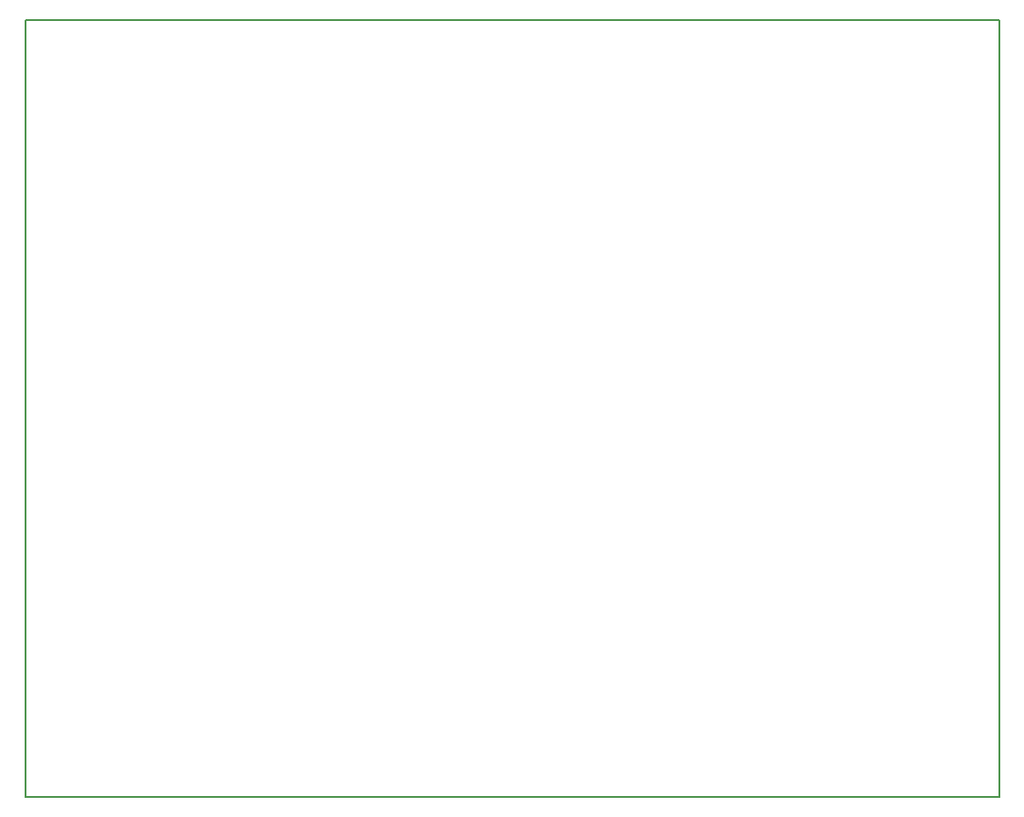
<source format=gbr>
%TF.GenerationSoftware,KiCad,Pcbnew,(6.0.6)*%
%TF.CreationDate,2022-07-31T16:56:09+07:00*%
%TF.ProjectId,ONGEKI PCB,4f4e4745-4b49-4205-9043-422e6b696361,rev?*%
%TF.SameCoordinates,Original*%
%TF.FileFunction,Profile,NP*%
%FSLAX46Y46*%
G04 Gerber Fmt 4.6, Leading zero omitted, Abs format (unit mm)*
G04 Created by KiCad (PCBNEW (6.0.6)) date 2022-07-31 16:56:09*
%MOMM*%
%LPD*%
G01*
G04 APERTURE LIST*
%TA.AperFunction,Profile*%
%ADD10C,0.150000*%
%TD*%
G04 APERTURE END LIST*
D10*
X36830000Y-40132000D02*
X127254000Y-40132000D01*
X127254000Y-40132000D02*
X127254000Y-112268000D01*
X127254000Y-112268000D02*
X36830000Y-112268000D01*
X36830000Y-112268000D02*
X36830000Y-40132000D01*
M02*

</source>
